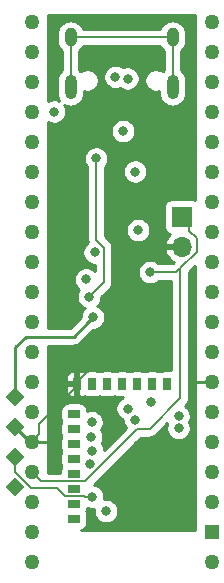
<source format=gbr>
G04 #@! TF.GenerationSoftware,KiCad,Pcbnew,(5.1.8)-1*
G04 #@! TF.CreationDate,2021-06-12T10:53:30+02:00*
G04 #@! TF.ProjectId,BlueMacro,426c7565-4d61-4637-926f-2e6b69636164,rev?*
G04 #@! TF.SameCoordinates,Original*
G04 #@! TF.FileFunction,Copper,L4,Bot*
G04 #@! TF.FilePolarity,Positive*
%FSLAX46Y46*%
G04 Gerber Fmt 4.6, Leading zero omitted, Abs format (unit mm)*
G04 Created by KiCad (PCBNEW (5.1.8)-1) date 2021-06-12 10:53:30*
%MOMM*%
%LPD*%
G01*
G04 APERTURE LIST*
G04 #@! TA.AperFunction,ComponentPad*
%ADD10R,0.650000X1.000000*%
G04 #@! TD*
G04 #@! TA.AperFunction,ComponentPad*
%ADD11R,1.000000X0.650000*%
G04 #@! TD*
G04 #@! TA.AperFunction,WasherPad*
%ADD12C,1.270000*%
G04 #@! TD*
G04 #@! TA.AperFunction,ComponentPad*
%ADD13C,1.270000*%
G04 #@! TD*
G04 #@! TA.AperFunction,ComponentPad*
%ADD14R,1.250000X1.250000*%
G04 #@! TD*
G04 #@! TA.AperFunction,ComponentPad*
%ADD15R,1.700000X1.700000*%
G04 #@! TD*
G04 #@! TA.AperFunction,ComponentPad*
%ADD16O,1.700000X1.700000*%
G04 #@! TD*
G04 #@! TA.AperFunction,ComponentPad*
%ADD17O,1.000000X1.600000*%
G04 #@! TD*
G04 #@! TA.AperFunction,ComponentPad*
%ADD18O,1.000000X2.100000*%
G04 #@! TD*
G04 #@! TA.AperFunction,ComponentPad*
%ADD19C,0.100000*%
G04 #@! TD*
G04 #@! TA.AperFunction,ViaPad*
%ADD20C,0.800000*%
G04 #@! TD*
G04 #@! TA.AperFunction,Conductor*
%ADD21C,0.200000*%
G04 #@! TD*
G04 #@! TA.AperFunction,Conductor*
%ADD22C,0.250000*%
G04 #@! TD*
G04 #@! TA.AperFunction,Conductor*
%ADD23C,0.254000*%
G04 #@! TD*
G04 #@! TA.AperFunction,Conductor*
%ADD24C,0.100000*%
G04 #@! TD*
G04 APERTURE END LIST*
D10*
X48283000Y-58607000D03*
X44473000Y-58607000D03*
X45743000Y-58607000D03*
X49553000Y-58607000D03*
X47013000Y-58607000D03*
X52093000Y-58607000D03*
X50823000Y-58607000D03*
D11*
X44219000Y-70037000D03*
X44219000Y-68767000D03*
X44219000Y-67497000D03*
X44219000Y-66227000D03*
X44219000Y-64957000D03*
X44219000Y-63687000D03*
X44219000Y-62417000D03*
X44219000Y-61147000D03*
D12*
X55880000Y-27940000D03*
X40640000Y-27940000D03*
X55880000Y-73660000D03*
X40640000Y-73660000D03*
D13*
X40640000Y-71120000D03*
X40640000Y-68580000D03*
X40640000Y-66040000D03*
X40640000Y-63500000D03*
X40640000Y-60960000D03*
X40640000Y-53340000D03*
X40640000Y-50800000D03*
X40640000Y-48260000D03*
X40640000Y-55880000D03*
X40640000Y-58420000D03*
D14*
X55880000Y-71120000D03*
D13*
X55880000Y-68580000D03*
X55880000Y-66040000D03*
X55880000Y-63500000D03*
X55880000Y-60960000D03*
X55880000Y-58420000D03*
X55880000Y-55880000D03*
X55880000Y-53340000D03*
X55880000Y-50800000D03*
X55880000Y-48260000D03*
X55880000Y-45720000D03*
X55880000Y-43180000D03*
X40640000Y-45720000D03*
X40640000Y-43180000D03*
X40640000Y-40640000D03*
X40640000Y-38100000D03*
X40640000Y-35560000D03*
X40640000Y-33020000D03*
X40640000Y-30480000D03*
X55880000Y-30480000D03*
X55880000Y-33020000D03*
X55880000Y-35560000D03*
X55880000Y-38100000D03*
X55880000Y-40640000D03*
D15*
X53340000Y-44450000D03*
D16*
X53340000Y-46990000D03*
D17*
X43940000Y-29270000D03*
X52580000Y-29270000D03*
D18*
X43940000Y-33450000D03*
X52580000Y-33450000D03*
G04 #@! TA.AperFunction,ComponentPad*
D19*
G36*
X39243000Y-60467817D02*
G01*
X38465183Y-59690000D01*
X39243000Y-58912183D01*
X40020817Y-59690000D01*
X39243000Y-60467817D01*
G37*
G04 #@! TD.AperFunction*
G04 #@! TA.AperFunction,ComponentPad*
G36*
X39243000Y-63007817D02*
G01*
X38465183Y-62230000D01*
X39243000Y-61452183D01*
X40020817Y-62230000D01*
X39243000Y-63007817D01*
G37*
G04 #@! TD.AperFunction*
G04 #@! TA.AperFunction,ComponentPad*
G36*
X39243000Y-65547817D02*
G01*
X38465183Y-64770000D01*
X39243000Y-63992183D01*
X40020817Y-64770000D01*
X39243000Y-65547817D01*
G37*
G04 #@! TD.AperFunction*
G04 #@! TA.AperFunction,ComponentPad*
G36*
X39243000Y-68087817D02*
G01*
X38465183Y-67310000D01*
X39243000Y-66532183D01*
X40020817Y-67310000D01*
X39243000Y-68087817D01*
G37*
G04 #@! TD.AperFunction*
D20*
X53340000Y-42418000D03*
X52203831Y-35488064D03*
X44316172Y-35488067D03*
X43942000Y-50546000D03*
X47371000Y-42037000D03*
X49657000Y-63754000D03*
X48338011Y-62357000D03*
X46101000Y-39522400D03*
X45510218Y-51246002D03*
X50673000Y-49149000D03*
X45835649Y-52973684D03*
X49657000Y-45593000D03*
X49403000Y-61631990D03*
X48387000Y-37211000D03*
X45966029Y-47482409D03*
X45755300Y-68160775D03*
X48768000Y-32766000D03*
X45666660Y-63121540D03*
X47726976Y-32628914D03*
X45719991Y-61848991D03*
X45247876Y-49774684D03*
X45574265Y-65386271D03*
X45758100Y-64297560D03*
X53085990Y-62357000D03*
X53086000Y-61341000D03*
X42545000Y-35560000D03*
X49403000Y-40640000D03*
X48768000Y-60706000D03*
X50747991Y-60161560D03*
X46956980Y-69377560D03*
D21*
X41274999Y-62865001D02*
X40640000Y-63500000D01*
X41274999Y-61980001D02*
X41274999Y-62865001D01*
X44473000Y-58782000D02*
X41274999Y-61980001D01*
X44473000Y-58607000D02*
X44473000Y-58782000D01*
X44473000Y-58607000D02*
X44473000Y-58432000D01*
X47285002Y-55619998D02*
X47285002Y-52414000D01*
X44473000Y-58432000D02*
X47285002Y-55619998D01*
D22*
X55880000Y-58420000D02*
X54356000Y-58420000D01*
X40513000Y-63500000D02*
X39243000Y-62230000D01*
X40640000Y-63500000D02*
X40513000Y-63500000D01*
X42077640Y-63500000D02*
X40640000Y-63500000D01*
D21*
X46745498Y-50014349D02*
X46745498Y-47066941D01*
X46745498Y-47066941D02*
X46101000Y-46422443D01*
X46101000Y-46422443D02*
X46101000Y-39522400D01*
X45575836Y-51184011D02*
X46745498Y-50014349D01*
X40640000Y-66040000D02*
X41452001Y-66852001D01*
X41452001Y-66852001D02*
X45161999Y-66852001D01*
X50628001Y-62422001D02*
X53213000Y-59837002D01*
X49591999Y-62422001D02*
X50628001Y-62422001D01*
X45161999Y-66852001D02*
X49591999Y-62422001D01*
X53213000Y-59837002D02*
X53213000Y-48819002D01*
X52883002Y-49149000D02*
X50673000Y-49149000D01*
X53213000Y-48819002D02*
X52883002Y-49149000D01*
X53594000Y-44450000D02*
X53340000Y-44450000D01*
X53975000Y-44831000D02*
X53594000Y-44450000D01*
X53975000Y-45641260D02*
X53975000Y-44831000D01*
X54627780Y-46294040D02*
X53975000Y-45641260D01*
X54627780Y-47406560D02*
X54627780Y-46294040D01*
X53215338Y-48819002D02*
X54627780Y-47406560D01*
X53213000Y-48819002D02*
X53215338Y-48819002D01*
D22*
X45435650Y-53373683D02*
X45835649Y-52973684D01*
X45763656Y-53045677D02*
X45835649Y-52973684D01*
X40132000Y-54610000D02*
X44199333Y-54610000D01*
X39243000Y-59690000D02*
X39243000Y-55499000D01*
X39243000Y-55499000D02*
X40132000Y-54610000D01*
X44199333Y-54610000D02*
X45435650Y-53373683D01*
D21*
X40553099Y-67418001D02*
X42755001Y-67418001D01*
X42755001Y-67418001D02*
X43463329Y-68126329D01*
X45189615Y-68160775D02*
X45755300Y-68160775D01*
X39243000Y-66107902D02*
X40553099Y-67418001D01*
X43463329Y-68126329D02*
X45155169Y-68126329D01*
X39243000Y-64770000D02*
X39243000Y-66107902D01*
X45155169Y-68126329D02*
X45189615Y-68160775D01*
X52580000Y-30270000D02*
X52580000Y-33450000D01*
X52580000Y-29270000D02*
X52580000Y-30270000D01*
X43940000Y-30270000D02*
X43940000Y-33450000D01*
X43940000Y-29270000D02*
X43940000Y-30270000D01*
X43940000Y-29270000D02*
X51880000Y-29270000D01*
X51880000Y-29270000D02*
X52580000Y-29270000D01*
D23*
X54483000Y-70993000D02*
X44790806Y-70993000D01*
X44843482Y-70987812D01*
X44963180Y-70951502D01*
X45073494Y-70892537D01*
X45170185Y-70813185D01*
X45249537Y-70716494D01*
X45308502Y-70606180D01*
X45344812Y-70486482D01*
X45357072Y-70362000D01*
X45357072Y-69712000D01*
X45344812Y-69587518D01*
X45308502Y-69467820D01*
X45273320Y-69402000D01*
X45308502Y-69336180D01*
X45344812Y-69216482D01*
X45354792Y-69115155D01*
X45453402Y-69156001D01*
X45653361Y-69195775D01*
X45857239Y-69195775D01*
X45941184Y-69179078D01*
X45921980Y-69275621D01*
X45921980Y-69479499D01*
X45961754Y-69679458D01*
X46039775Y-69867816D01*
X46153043Y-70037334D01*
X46297206Y-70181497D01*
X46466724Y-70294765D01*
X46655082Y-70372786D01*
X46855041Y-70412560D01*
X47058919Y-70412560D01*
X47258878Y-70372786D01*
X47447236Y-70294765D01*
X47616754Y-70181497D01*
X47760917Y-70037334D01*
X47874185Y-69867816D01*
X47952206Y-69679458D01*
X47991980Y-69479499D01*
X47991980Y-69275621D01*
X47952206Y-69075662D01*
X47874185Y-68887304D01*
X47760917Y-68717786D01*
X47616754Y-68573623D01*
X47447236Y-68460355D01*
X47258878Y-68382334D01*
X47058919Y-68342560D01*
X46855041Y-68342560D01*
X46771096Y-68359257D01*
X46790300Y-68262714D01*
X46790300Y-68058836D01*
X46750526Y-67858877D01*
X46672505Y-67670519D01*
X46559237Y-67501001D01*
X46415074Y-67356838D01*
X46245556Y-67243570D01*
X46057198Y-67165549D01*
X45915986Y-67137460D01*
X49896446Y-63157001D01*
X50591896Y-63157001D01*
X50628001Y-63160557D01*
X50664106Y-63157001D01*
X50772086Y-63146366D01*
X50910634Y-63104338D01*
X51038321Y-63036088D01*
X51150239Y-62944239D01*
X51173260Y-62916189D01*
X52130658Y-61958791D01*
X52090764Y-62055102D01*
X52050990Y-62255061D01*
X52050990Y-62458939D01*
X52090764Y-62658898D01*
X52168785Y-62847256D01*
X52282053Y-63016774D01*
X52426216Y-63160937D01*
X52595734Y-63274205D01*
X52784092Y-63352226D01*
X52984051Y-63392000D01*
X53187929Y-63392000D01*
X53387888Y-63352226D01*
X53576246Y-63274205D01*
X53745764Y-63160937D01*
X53889927Y-63016774D01*
X54003195Y-62847256D01*
X54081216Y-62658898D01*
X54120990Y-62458939D01*
X54120990Y-62255061D01*
X54081216Y-62055102D01*
X54003195Y-61866744D01*
X53991344Y-61849007D01*
X54003205Y-61831256D01*
X54081226Y-61642898D01*
X54121000Y-61442939D01*
X54121000Y-61239061D01*
X54081226Y-61039102D01*
X54003205Y-60850744D01*
X53889937Y-60681226D01*
X53745774Y-60537063D01*
X53629846Y-60459603D01*
X53707197Y-60382252D01*
X53735237Y-60359240D01*
X53758250Y-60331199D01*
X53758253Y-60331196D01*
X53827087Y-60247322D01*
X53895337Y-60119636D01*
X53937365Y-59981087D01*
X53951556Y-59837002D01*
X53948000Y-59800897D01*
X53948000Y-49125786D01*
X54483000Y-48590787D01*
X54483000Y-70993000D01*
G04 #@! TA.AperFunction,Conductor*
D24*
G36*
X54483000Y-70993000D02*
G01*
X44790806Y-70993000D01*
X44843482Y-70987812D01*
X44963180Y-70951502D01*
X45073494Y-70892537D01*
X45170185Y-70813185D01*
X45249537Y-70716494D01*
X45308502Y-70606180D01*
X45344812Y-70486482D01*
X45357072Y-70362000D01*
X45357072Y-69712000D01*
X45344812Y-69587518D01*
X45308502Y-69467820D01*
X45273320Y-69402000D01*
X45308502Y-69336180D01*
X45344812Y-69216482D01*
X45354792Y-69115155D01*
X45453402Y-69156001D01*
X45653361Y-69195775D01*
X45857239Y-69195775D01*
X45941184Y-69179078D01*
X45921980Y-69275621D01*
X45921980Y-69479499D01*
X45961754Y-69679458D01*
X46039775Y-69867816D01*
X46153043Y-70037334D01*
X46297206Y-70181497D01*
X46466724Y-70294765D01*
X46655082Y-70372786D01*
X46855041Y-70412560D01*
X47058919Y-70412560D01*
X47258878Y-70372786D01*
X47447236Y-70294765D01*
X47616754Y-70181497D01*
X47760917Y-70037334D01*
X47874185Y-69867816D01*
X47952206Y-69679458D01*
X47991980Y-69479499D01*
X47991980Y-69275621D01*
X47952206Y-69075662D01*
X47874185Y-68887304D01*
X47760917Y-68717786D01*
X47616754Y-68573623D01*
X47447236Y-68460355D01*
X47258878Y-68382334D01*
X47058919Y-68342560D01*
X46855041Y-68342560D01*
X46771096Y-68359257D01*
X46790300Y-68262714D01*
X46790300Y-68058836D01*
X46750526Y-67858877D01*
X46672505Y-67670519D01*
X46559237Y-67501001D01*
X46415074Y-67356838D01*
X46245556Y-67243570D01*
X46057198Y-67165549D01*
X45915986Y-67137460D01*
X49896446Y-63157001D01*
X50591896Y-63157001D01*
X50628001Y-63160557D01*
X50664106Y-63157001D01*
X50772086Y-63146366D01*
X50910634Y-63104338D01*
X51038321Y-63036088D01*
X51150239Y-62944239D01*
X51173260Y-62916189D01*
X52130658Y-61958791D01*
X52090764Y-62055102D01*
X52050990Y-62255061D01*
X52050990Y-62458939D01*
X52090764Y-62658898D01*
X52168785Y-62847256D01*
X52282053Y-63016774D01*
X52426216Y-63160937D01*
X52595734Y-63274205D01*
X52784092Y-63352226D01*
X52984051Y-63392000D01*
X53187929Y-63392000D01*
X53387888Y-63352226D01*
X53576246Y-63274205D01*
X53745764Y-63160937D01*
X53889927Y-63016774D01*
X54003195Y-62847256D01*
X54081216Y-62658898D01*
X54120990Y-62458939D01*
X54120990Y-62255061D01*
X54081216Y-62055102D01*
X54003195Y-61866744D01*
X53991344Y-61849007D01*
X54003205Y-61831256D01*
X54081226Y-61642898D01*
X54121000Y-61442939D01*
X54121000Y-61239061D01*
X54081226Y-61039102D01*
X54003205Y-60850744D01*
X53889937Y-60681226D01*
X53745774Y-60537063D01*
X53629846Y-60459603D01*
X53707197Y-60382252D01*
X53735237Y-60359240D01*
X53758250Y-60331199D01*
X53758253Y-60331196D01*
X53827087Y-60247322D01*
X53895337Y-60119636D01*
X53937365Y-59981087D01*
X53951556Y-59837002D01*
X53948000Y-59800897D01*
X53948000Y-49125786D01*
X54483000Y-48590787D01*
X54483000Y-70993000D01*
G37*
G04 #@! TD.AperFunction*
D23*
X54483000Y-27382430D02*
X54483000Y-43036593D01*
X54434180Y-43010498D01*
X54314482Y-42974188D01*
X54190000Y-42961928D01*
X52490000Y-42961928D01*
X52365518Y-42974188D01*
X52245820Y-43010498D01*
X52135506Y-43069463D01*
X52038815Y-43148815D01*
X51959463Y-43245506D01*
X51900498Y-43355820D01*
X51864188Y-43475518D01*
X51851928Y-43600000D01*
X51851928Y-45300000D01*
X51864188Y-45424482D01*
X51900498Y-45544180D01*
X51959463Y-45654494D01*
X52038815Y-45751185D01*
X52135506Y-45830537D01*
X52245820Y-45889502D01*
X52326466Y-45913966D01*
X52242412Y-45989731D01*
X52068359Y-46223080D01*
X51943175Y-46485901D01*
X51898524Y-46633110D01*
X52019845Y-46863000D01*
X53213000Y-46863000D01*
X53213000Y-46843000D01*
X53467000Y-46843000D01*
X53467000Y-46863000D01*
X53487000Y-46863000D01*
X53487000Y-47117000D01*
X53467000Y-47117000D01*
X53467000Y-47137000D01*
X53213000Y-47137000D01*
X53213000Y-47117000D01*
X52019845Y-47117000D01*
X51898524Y-47346890D01*
X51943175Y-47494099D01*
X52068359Y-47756920D01*
X52242412Y-47990269D01*
X52458645Y-48185178D01*
X52676056Y-48314683D01*
X52667741Y-48324815D01*
X52578556Y-48414000D01*
X51401711Y-48414000D01*
X51332774Y-48345063D01*
X51163256Y-48231795D01*
X50974898Y-48153774D01*
X50774939Y-48114000D01*
X50571061Y-48114000D01*
X50371102Y-48153774D01*
X50182744Y-48231795D01*
X50013226Y-48345063D01*
X49869063Y-48489226D01*
X49755795Y-48658744D01*
X49677774Y-48847102D01*
X49638000Y-49047061D01*
X49638000Y-49250939D01*
X49677774Y-49450898D01*
X49755795Y-49639256D01*
X49869063Y-49808774D01*
X50013226Y-49952937D01*
X50182744Y-50066205D01*
X50371102Y-50144226D01*
X50571061Y-50184000D01*
X50774939Y-50184000D01*
X50974898Y-50144226D01*
X51163256Y-50066205D01*
X51332774Y-49952937D01*
X51401711Y-49884000D01*
X52478001Y-49884000D01*
X52478000Y-57474837D01*
X52418000Y-57468928D01*
X51768000Y-57468928D01*
X51643518Y-57481188D01*
X51523820Y-57517498D01*
X51458000Y-57552680D01*
X51392180Y-57517498D01*
X51272482Y-57481188D01*
X51148000Y-57468928D01*
X50498000Y-57468928D01*
X50373518Y-57481188D01*
X50253820Y-57517498D01*
X50188000Y-57552680D01*
X50122180Y-57517498D01*
X50002482Y-57481188D01*
X49878000Y-57468928D01*
X49228000Y-57468928D01*
X49103518Y-57481188D01*
X48983820Y-57517498D01*
X48918000Y-57552680D01*
X48852180Y-57517498D01*
X48732482Y-57481188D01*
X48608000Y-57468928D01*
X47958000Y-57468928D01*
X47833518Y-57481188D01*
X47713820Y-57517498D01*
X47648000Y-57552680D01*
X47582180Y-57517498D01*
X47462482Y-57481188D01*
X47338000Y-57468928D01*
X46688000Y-57468928D01*
X46563518Y-57481188D01*
X46443820Y-57517498D01*
X46378000Y-57552680D01*
X46312180Y-57517498D01*
X46192482Y-57481188D01*
X46068000Y-57468928D01*
X45418000Y-57468928D01*
X45293518Y-57481188D01*
X45173820Y-57517498D01*
X45108000Y-57552680D01*
X45042180Y-57517498D01*
X44922482Y-57481188D01*
X44798000Y-57468928D01*
X44758750Y-57472000D01*
X44600000Y-57630750D01*
X44600000Y-58480000D01*
X44620000Y-58480000D01*
X44620000Y-58734000D01*
X44600000Y-58734000D01*
X44600000Y-59583250D01*
X44758750Y-59742000D01*
X44798000Y-59745072D01*
X44922482Y-59732812D01*
X45042180Y-59696502D01*
X45108000Y-59661320D01*
X45173820Y-59696502D01*
X45293518Y-59732812D01*
X45418000Y-59745072D01*
X46068000Y-59745072D01*
X46192482Y-59732812D01*
X46312180Y-59696502D01*
X46378000Y-59661320D01*
X46443820Y-59696502D01*
X46563518Y-59732812D01*
X46688000Y-59745072D01*
X47338000Y-59745072D01*
X47462482Y-59732812D01*
X47582180Y-59696502D01*
X47648000Y-59661320D01*
X47713820Y-59696502D01*
X47833518Y-59732812D01*
X47958000Y-59745072D01*
X48383300Y-59745072D01*
X48277744Y-59788795D01*
X48108226Y-59902063D01*
X47964063Y-60046226D01*
X47850795Y-60215744D01*
X47772774Y-60404102D01*
X47733000Y-60604061D01*
X47733000Y-60807939D01*
X47772774Y-61007898D01*
X47850795Y-61196256D01*
X47964063Y-61365774D01*
X48108226Y-61509937D01*
X48277744Y-61623205D01*
X48368000Y-61660591D01*
X48368000Y-61733929D01*
X48407774Y-61933888D01*
X48485795Y-62122246D01*
X48599063Y-62291764D01*
X48640926Y-62333627D01*
X46790749Y-64183804D01*
X46753326Y-63995662D01*
X46675305Y-63807304D01*
X46564268Y-63641125D01*
X46583865Y-63611796D01*
X46661886Y-63423438D01*
X46701660Y-63223479D01*
X46701660Y-63019601D01*
X46661886Y-62819642D01*
X46583865Y-62631284D01*
X46510783Y-62521910D01*
X46523928Y-62508765D01*
X46637196Y-62339247D01*
X46715217Y-62150889D01*
X46754991Y-61950930D01*
X46754991Y-61747052D01*
X46715217Y-61547093D01*
X46637196Y-61358735D01*
X46523928Y-61189217D01*
X46379765Y-61045054D01*
X46210247Y-60931786D01*
X46021889Y-60853765D01*
X45821930Y-60813991D01*
X45618052Y-60813991D01*
X45418093Y-60853765D01*
X45357072Y-60879041D01*
X45357072Y-60822000D01*
X45344812Y-60697518D01*
X45308502Y-60577820D01*
X45249537Y-60467506D01*
X45170185Y-60370815D01*
X45073494Y-60291463D01*
X44963180Y-60232498D01*
X44843482Y-60196188D01*
X44719000Y-60183928D01*
X43719000Y-60183928D01*
X43594518Y-60196188D01*
X43474820Y-60232498D01*
X43364506Y-60291463D01*
X43267815Y-60370815D01*
X43188463Y-60467506D01*
X43129498Y-60577820D01*
X43093188Y-60697518D01*
X43080928Y-60822000D01*
X43080928Y-61472000D01*
X43093188Y-61596482D01*
X43129498Y-61716180D01*
X43164680Y-61782000D01*
X43129498Y-61847820D01*
X43093188Y-61967518D01*
X43080928Y-62092000D01*
X43080928Y-62742000D01*
X43093188Y-62866482D01*
X43129498Y-62986180D01*
X43164680Y-63052000D01*
X43129498Y-63117820D01*
X43093188Y-63237518D01*
X43080928Y-63362000D01*
X43080928Y-64012000D01*
X43093188Y-64136482D01*
X43129498Y-64256180D01*
X43164680Y-64322000D01*
X43129498Y-64387820D01*
X43093188Y-64507518D01*
X43080928Y-64632000D01*
X43080928Y-65282000D01*
X43093188Y-65406482D01*
X43129498Y-65526180D01*
X43164680Y-65592000D01*
X43129498Y-65657820D01*
X43093188Y-65777518D01*
X43080928Y-65902000D01*
X43080928Y-66117001D01*
X42037000Y-66117001D01*
X42037000Y-59107000D01*
X43509928Y-59107000D01*
X43522188Y-59231482D01*
X43558498Y-59351180D01*
X43617463Y-59461494D01*
X43696815Y-59558185D01*
X43793506Y-59637537D01*
X43903820Y-59696502D01*
X44023518Y-59732812D01*
X44148000Y-59745072D01*
X44187250Y-59742000D01*
X44346000Y-59583250D01*
X44346000Y-58734000D01*
X43671750Y-58734000D01*
X43513000Y-58892750D01*
X43509928Y-59107000D01*
X42037000Y-59107000D01*
X42037000Y-58107000D01*
X43509928Y-58107000D01*
X43513000Y-58321250D01*
X43671750Y-58480000D01*
X44346000Y-58480000D01*
X44346000Y-57630750D01*
X44187250Y-57472000D01*
X44148000Y-57468928D01*
X44023518Y-57481188D01*
X43903820Y-57517498D01*
X43793506Y-57576463D01*
X43696815Y-57655815D01*
X43617463Y-57752506D01*
X43558498Y-57862820D01*
X43522188Y-57982518D01*
X43509928Y-58107000D01*
X42037000Y-58107000D01*
X42037000Y-55370000D01*
X44162011Y-55370000D01*
X44199333Y-55373676D01*
X44236655Y-55370000D01*
X44236666Y-55370000D01*
X44348319Y-55359003D01*
X44491580Y-55315546D01*
X44623609Y-55244974D01*
X44739334Y-55150001D01*
X44763137Y-55120997D01*
X45875451Y-54008684D01*
X45937588Y-54008684D01*
X46137547Y-53968910D01*
X46325905Y-53890889D01*
X46495423Y-53777621D01*
X46639586Y-53633458D01*
X46752854Y-53463940D01*
X46830875Y-53275582D01*
X46870649Y-53075623D01*
X46870649Y-52871745D01*
X46830875Y-52671786D01*
X46752854Y-52483428D01*
X46639586Y-52313910D01*
X46495423Y-52169747D01*
X46325905Y-52056479D01*
X46211034Y-52008897D01*
X46314155Y-51905776D01*
X46427423Y-51736258D01*
X46505444Y-51547900D01*
X46545218Y-51347941D01*
X46545218Y-51254075D01*
X47239695Y-50559599D01*
X47267735Y-50536587D01*
X47290748Y-50508546D01*
X47290751Y-50508543D01*
X47345308Y-50442065D01*
X47359585Y-50424669D01*
X47427835Y-50296982D01*
X47469863Y-50158434D01*
X47480498Y-50050454D01*
X47480498Y-50050453D01*
X47484054Y-50014349D01*
X47480498Y-49978244D01*
X47480498Y-47103046D01*
X47484054Y-47066941D01*
X47469863Y-46922856D01*
X47444514Y-46839293D01*
X47427835Y-46784308D01*
X47359585Y-46656621D01*
X47267736Y-46544703D01*
X47239691Y-46521687D01*
X46836000Y-46117997D01*
X46836000Y-45491061D01*
X48622000Y-45491061D01*
X48622000Y-45694939D01*
X48661774Y-45894898D01*
X48739795Y-46083256D01*
X48853063Y-46252774D01*
X48997226Y-46396937D01*
X49166744Y-46510205D01*
X49355102Y-46588226D01*
X49555061Y-46628000D01*
X49758939Y-46628000D01*
X49958898Y-46588226D01*
X50147256Y-46510205D01*
X50316774Y-46396937D01*
X50460937Y-46252774D01*
X50574205Y-46083256D01*
X50652226Y-45894898D01*
X50692000Y-45694939D01*
X50692000Y-45491061D01*
X50652226Y-45291102D01*
X50574205Y-45102744D01*
X50460937Y-44933226D01*
X50316774Y-44789063D01*
X50147256Y-44675795D01*
X49958898Y-44597774D01*
X49758939Y-44558000D01*
X49555061Y-44558000D01*
X49355102Y-44597774D01*
X49166744Y-44675795D01*
X48997226Y-44789063D01*
X48853063Y-44933226D01*
X48739795Y-45102744D01*
X48661774Y-45291102D01*
X48622000Y-45491061D01*
X46836000Y-45491061D01*
X46836000Y-40538061D01*
X48368000Y-40538061D01*
X48368000Y-40741939D01*
X48407774Y-40941898D01*
X48485795Y-41130256D01*
X48599063Y-41299774D01*
X48743226Y-41443937D01*
X48912744Y-41557205D01*
X49101102Y-41635226D01*
X49301061Y-41675000D01*
X49504939Y-41675000D01*
X49704898Y-41635226D01*
X49893256Y-41557205D01*
X50062774Y-41443937D01*
X50206937Y-41299774D01*
X50320205Y-41130256D01*
X50398226Y-40941898D01*
X50438000Y-40741939D01*
X50438000Y-40538061D01*
X50398226Y-40338102D01*
X50320205Y-40149744D01*
X50206937Y-39980226D01*
X50062774Y-39836063D01*
X49893256Y-39722795D01*
X49704898Y-39644774D01*
X49504939Y-39605000D01*
X49301061Y-39605000D01*
X49101102Y-39644774D01*
X48912744Y-39722795D01*
X48743226Y-39836063D01*
X48599063Y-39980226D01*
X48485795Y-40149744D01*
X48407774Y-40338102D01*
X48368000Y-40538061D01*
X46836000Y-40538061D01*
X46836000Y-40251111D01*
X46904937Y-40182174D01*
X47018205Y-40012656D01*
X47096226Y-39824298D01*
X47136000Y-39624339D01*
X47136000Y-39420461D01*
X47096226Y-39220502D01*
X47018205Y-39032144D01*
X46904937Y-38862626D01*
X46760774Y-38718463D01*
X46591256Y-38605195D01*
X46402898Y-38527174D01*
X46202939Y-38487400D01*
X45999061Y-38487400D01*
X45799102Y-38527174D01*
X45610744Y-38605195D01*
X45441226Y-38718463D01*
X45297063Y-38862626D01*
X45183795Y-39032144D01*
X45105774Y-39220502D01*
X45066000Y-39420461D01*
X45066000Y-39624339D01*
X45105774Y-39824298D01*
X45183795Y-40012656D01*
X45297063Y-40182174D01*
X45366001Y-40251112D01*
X45366000Y-46386338D01*
X45362444Y-46422443D01*
X45376505Y-46565204D01*
X45376635Y-46566527D01*
X45393009Y-46620505D01*
X45306255Y-46678472D01*
X45162092Y-46822635D01*
X45048824Y-46992153D01*
X44970803Y-47180511D01*
X44931029Y-47380470D01*
X44931029Y-47584348D01*
X44970803Y-47784307D01*
X45048824Y-47972665D01*
X45162092Y-48142183D01*
X45306255Y-48286346D01*
X45475773Y-48399614D01*
X45664131Y-48477635D01*
X45864090Y-48517409D01*
X46010499Y-48517409D01*
X46010498Y-49073595D01*
X45907650Y-48970747D01*
X45738132Y-48857479D01*
X45549774Y-48779458D01*
X45349815Y-48739684D01*
X45145937Y-48739684D01*
X44945978Y-48779458D01*
X44757620Y-48857479D01*
X44588102Y-48970747D01*
X44443939Y-49114910D01*
X44330671Y-49284428D01*
X44252650Y-49472786D01*
X44212876Y-49672745D01*
X44212876Y-49876623D01*
X44252650Y-50076582D01*
X44330671Y-50264940D01*
X44443939Y-50434458D01*
X44588102Y-50578621D01*
X44673318Y-50635560D01*
X44593013Y-50755746D01*
X44514992Y-50944104D01*
X44475218Y-51144063D01*
X44475218Y-51347941D01*
X44514992Y-51547900D01*
X44593013Y-51736258D01*
X44706281Y-51905776D01*
X44850444Y-52049939D01*
X45019962Y-52163207D01*
X45134833Y-52210789D01*
X45031712Y-52313910D01*
X44918444Y-52483428D01*
X44840423Y-52671786D01*
X44800649Y-52871745D01*
X44800649Y-52933882D01*
X43884532Y-53850000D01*
X42037000Y-53850000D01*
X42037000Y-37109061D01*
X47352000Y-37109061D01*
X47352000Y-37312939D01*
X47391774Y-37512898D01*
X47469795Y-37701256D01*
X47583063Y-37870774D01*
X47727226Y-38014937D01*
X47896744Y-38128205D01*
X48085102Y-38206226D01*
X48285061Y-38246000D01*
X48488939Y-38246000D01*
X48688898Y-38206226D01*
X48877256Y-38128205D01*
X49046774Y-38014937D01*
X49190937Y-37870774D01*
X49304205Y-37701256D01*
X49382226Y-37512898D01*
X49422000Y-37312939D01*
X49422000Y-37109061D01*
X49382226Y-36909102D01*
X49304205Y-36720744D01*
X49190937Y-36551226D01*
X49046774Y-36407063D01*
X48877256Y-36293795D01*
X48688898Y-36215774D01*
X48488939Y-36176000D01*
X48285061Y-36176000D01*
X48085102Y-36215774D01*
X47896744Y-36293795D01*
X47727226Y-36407063D01*
X47583063Y-36551226D01*
X47469795Y-36720744D01*
X47391774Y-36909102D01*
X47352000Y-37109061D01*
X42037000Y-37109061D01*
X42037000Y-36465349D01*
X42054744Y-36477205D01*
X42243102Y-36555226D01*
X42443061Y-36595000D01*
X42646939Y-36595000D01*
X42846898Y-36555226D01*
X43035256Y-36477205D01*
X43204774Y-36363937D01*
X43348937Y-36219774D01*
X43462205Y-36050256D01*
X43540226Y-35861898D01*
X43580000Y-35661939D01*
X43580000Y-35458061D01*
X43540226Y-35258102D01*
X43462205Y-35069744D01*
X43422533Y-35010370D01*
X43503553Y-35053676D01*
X43717501Y-35118577D01*
X43940000Y-35140491D01*
X44162498Y-35118577D01*
X44376446Y-35053676D01*
X44573623Y-34948284D01*
X44746449Y-34806449D01*
X44888284Y-34633623D01*
X44993676Y-34436447D01*
X45058577Y-34222499D01*
X45075000Y-34055752D01*
X45075000Y-33836904D01*
X45089978Y-33843108D01*
X45275448Y-33880000D01*
X45464552Y-33880000D01*
X45650022Y-33843108D01*
X45824731Y-33770741D01*
X45981964Y-33665681D01*
X46115681Y-33531964D01*
X46220741Y-33374731D01*
X46293108Y-33200022D01*
X46330000Y-33014552D01*
X46330000Y-32825448D01*
X46293108Y-32639978D01*
X46246301Y-32526975D01*
X46691976Y-32526975D01*
X46691976Y-32730853D01*
X46731750Y-32930812D01*
X46809771Y-33119170D01*
X46923039Y-33288688D01*
X47067202Y-33432851D01*
X47236720Y-33546119D01*
X47425078Y-33624140D01*
X47625037Y-33663914D01*
X47828915Y-33663914D01*
X48028874Y-33624140D01*
X48127936Y-33583107D01*
X48277744Y-33683205D01*
X48466102Y-33761226D01*
X48666061Y-33801000D01*
X48869939Y-33801000D01*
X49069898Y-33761226D01*
X49258256Y-33683205D01*
X49427774Y-33569937D01*
X49571937Y-33425774D01*
X49685205Y-33256256D01*
X49763226Y-33067898D01*
X49803000Y-32867939D01*
X49803000Y-32664061D01*
X49763226Y-32464102D01*
X49685205Y-32275744D01*
X49571937Y-32106226D01*
X49427774Y-31962063D01*
X49258256Y-31848795D01*
X49069898Y-31770774D01*
X48869939Y-31731000D01*
X48666061Y-31731000D01*
X48466102Y-31770774D01*
X48367040Y-31811807D01*
X48217232Y-31711709D01*
X48028874Y-31633688D01*
X47828915Y-31593914D01*
X47625037Y-31593914D01*
X47425078Y-31633688D01*
X47236720Y-31711709D01*
X47067202Y-31824977D01*
X46923039Y-31969140D01*
X46809771Y-32138658D01*
X46731750Y-32327016D01*
X46691976Y-32526975D01*
X46246301Y-32526975D01*
X46220741Y-32465269D01*
X46115681Y-32308036D01*
X45981964Y-32174319D01*
X45824731Y-32069259D01*
X45650022Y-31996892D01*
X45464552Y-31960000D01*
X45275448Y-31960000D01*
X45089978Y-31996892D01*
X44915269Y-32069259D01*
X44793362Y-32150715D01*
X44746449Y-32093551D01*
X44675000Y-32034914D01*
X44675000Y-30435086D01*
X44746449Y-30376449D01*
X44888284Y-30203623D01*
X44993676Y-30006447D01*
X44994115Y-30005000D01*
X51525885Y-30005000D01*
X51526324Y-30006446D01*
X51631716Y-30203623D01*
X51773551Y-30376449D01*
X51845000Y-30435086D01*
X51845001Y-32034915D01*
X51773552Y-32093551D01*
X51726638Y-32150715D01*
X51604731Y-32069259D01*
X51430022Y-31996892D01*
X51244552Y-31960000D01*
X51055448Y-31960000D01*
X50869978Y-31996892D01*
X50695269Y-32069259D01*
X50538036Y-32174319D01*
X50404319Y-32308036D01*
X50299259Y-32465269D01*
X50226892Y-32639978D01*
X50190000Y-32825448D01*
X50190000Y-33014552D01*
X50226892Y-33200022D01*
X50299259Y-33374731D01*
X50404319Y-33531964D01*
X50538036Y-33665681D01*
X50695269Y-33770741D01*
X50869978Y-33843108D01*
X51055448Y-33880000D01*
X51244552Y-33880000D01*
X51430022Y-33843108D01*
X51445000Y-33836904D01*
X51445000Y-34055751D01*
X51461423Y-34222498D01*
X51526324Y-34436446D01*
X51631716Y-34633623D01*
X51773551Y-34806449D01*
X51946377Y-34948284D01*
X52143553Y-35053676D01*
X52357501Y-35118577D01*
X52580000Y-35140491D01*
X52802498Y-35118577D01*
X53016446Y-35053676D01*
X53213623Y-34948284D01*
X53386449Y-34806449D01*
X53528284Y-34633623D01*
X53633676Y-34436447D01*
X53698577Y-34222499D01*
X53715000Y-34055752D01*
X53715000Y-32844248D01*
X53698577Y-32677501D01*
X53633676Y-32463553D01*
X53528284Y-32266377D01*
X53386449Y-32093551D01*
X53315000Y-32034914D01*
X53315000Y-30435086D01*
X53386449Y-30376449D01*
X53528284Y-30203623D01*
X53633676Y-30006447D01*
X53698577Y-29792499D01*
X53715000Y-29625752D01*
X53715000Y-28914249D01*
X53698577Y-28747502D01*
X53633676Y-28533554D01*
X53528284Y-28336377D01*
X53386449Y-28163551D01*
X53213623Y-28021716D01*
X53016447Y-27916324D01*
X52802499Y-27851423D01*
X52580000Y-27829509D01*
X52357502Y-27851423D01*
X52143554Y-27916324D01*
X51946378Y-28021716D01*
X51773552Y-28163551D01*
X51631717Y-28336377D01*
X51526324Y-28533553D01*
X51525885Y-28535000D01*
X44994115Y-28535000D01*
X44993676Y-28533554D01*
X44888284Y-28336377D01*
X44746449Y-28163551D01*
X44573623Y-28021716D01*
X44376447Y-27916324D01*
X44162499Y-27851423D01*
X43940000Y-27829509D01*
X43717502Y-27851423D01*
X43503554Y-27916324D01*
X43306378Y-28021716D01*
X43133552Y-28163551D01*
X42991717Y-28336377D01*
X42886324Y-28533553D01*
X42821423Y-28747501D01*
X42805000Y-28914248D01*
X42805000Y-29625751D01*
X42821423Y-29792498D01*
X42886324Y-30006446D01*
X42991716Y-30203623D01*
X43133551Y-30376449D01*
X43205000Y-30435086D01*
X43205001Y-32034915D01*
X43133552Y-32093551D01*
X42991717Y-32266377D01*
X42886324Y-32463553D01*
X42821423Y-32677501D01*
X42805000Y-32844248D01*
X42805000Y-34055751D01*
X42821423Y-34222498D01*
X42886324Y-34436446D01*
X42985632Y-34622240D01*
X42846898Y-34564774D01*
X42646939Y-34525000D01*
X42443061Y-34525000D01*
X42243102Y-34564774D01*
X42054744Y-34642795D01*
X42037000Y-34654651D01*
X42037000Y-27380438D01*
X54483000Y-27382430D01*
G04 #@! TA.AperFunction,Conductor*
D24*
G36*
X54483000Y-27382430D02*
G01*
X54483000Y-43036593D01*
X54434180Y-43010498D01*
X54314482Y-42974188D01*
X54190000Y-42961928D01*
X52490000Y-42961928D01*
X52365518Y-42974188D01*
X52245820Y-43010498D01*
X52135506Y-43069463D01*
X52038815Y-43148815D01*
X51959463Y-43245506D01*
X51900498Y-43355820D01*
X51864188Y-43475518D01*
X51851928Y-43600000D01*
X51851928Y-45300000D01*
X51864188Y-45424482D01*
X51900498Y-45544180D01*
X51959463Y-45654494D01*
X52038815Y-45751185D01*
X52135506Y-45830537D01*
X52245820Y-45889502D01*
X52326466Y-45913966D01*
X52242412Y-45989731D01*
X52068359Y-46223080D01*
X51943175Y-46485901D01*
X51898524Y-46633110D01*
X52019845Y-46863000D01*
X53213000Y-46863000D01*
X53213000Y-46843000D01*
X53467000Y-46843000D01*
X53467000Y-46863000D01*
X53487000Y-46863000D01*
X53487000Y-47117000D01*
X53467000Y-47117000D01*
X53467000Y-47137000D01*
X53213000Y-47137000D01*
X53213000Y-47117000D01*
X52019845Y-47117000D01*
X51898524Y-47346890D01*
X51943175Y-47494099D01*
X52068359Y-47756920D01*
X52242412Y-47990269D01*
X52458645Y-48185178D01*
X52676056Y-48314683D01*
X52667741Y-48324815D01*
X52578556Y-48414000D01*
X51401711Y-48414000D01*
X51332774Y-48345063D01*
X51163256Y-48231795D01*
X50974898Y-48153774D01*
X50774939Y-48114000D01*
X50571061Y-48114000D01*
X50371102Y-48153774D01*
X50182744Y-48231795D01*
X50013226Y-48345063D01*
X49869063Y-48489226D01*
X49755795Y-48658744D01*
X49677774Y-48847102D01*
X49638000Y-49047061D01*
X49638000Y-49250939D01*
X49677774Y-49450898D01*
X49755795Y-49639256D01*
X49869063Y-49808774D01*
X50013226Y-49952937D01*
X50182744Y-50066205D01*
X50371102Y-50144226D01*
X50571061Y-50184000D01*
X50774939Y-50184000D01*
X50974898Y-50144226D01*
X51163256Y-50066205D01*
X51332774Y-49952937D01*
X51401711Y-49884000D01*
X52478001Y-49884000D01*
X52478000Y-57474837D01*
X52418000Y-57468928D01*
X51768000Y-57468928D01*
X51643518Y-57481188D01*
X51523820Y-57517498D01*
X51458000Y-57552680D01*
X51392180Y-57517498D01*
X51272482Y-57481188D01*
X51148000Y-57468928D01*
X50498000Y-57468928D01*
X50373518Y-57481188D01*
X50253820Y-57517498D01*
X50188000Y-57552680D01*
X50122180Y-57517498D01*
X50002482Y-57481188D01*
X49878000Y-57468928D01*
X49228000Y-57468928D01*
X49103518Y-57481188D01*
X48983820Y-57517498D01*
X48918000Y-57552680D01*
X48852180Y-57517498D01*
X48732482Y-57481188D01*
X48608000Y-57468928D01*
X47958000Y-57468928D01*
X47833518Y-57481188D01*
X47713820Y-57517498D01*
X47648000Y-57552680D01*
X47582180Y-57517498D01*
X47462482Y-57481188D01*
X47338000Y-57468928D01*
X46688000Y-57468928D01*
X46563518Y-57481188D01*
X46443820Y-57517498D01*
X46378000Y-57552680D01*
X46312180Y-57517498D01*
X46192482Y-57481188D01*
X46068000Y-57468928D01*
X45418000Y-57468928D01*
X45293518Y-57481188D01*
X45173820Y-57517498D01*
X45108000Y-57552680D01*
X45042180Y-57517498D01*
X44922482Y-57481188D01*
X44798000Y-57468928D01*
X44758750Y-57472000D01*
X44600000Y-57630750D01*
X44600000Y-58480000D01*
X44620000Y-58480000D01*
X44620000Y-58734000D01*
X44600000Y-58734000D01*
X44600000Y-59583250D01*
X44758750Y-59742000D01*
X44798000Y-59745072D01*
X44922482Y-59732812D01*
X45042180Y-59696502D01*
X45108000Y-59661320D01*
X45173820Y-59696502D01*
X45293518Y-59732812D01*
X45418000Y-59745072D01*
X46068000Y-59745072D01*
X46192482Y-59732812D01*
X46312180Y-59696502D01*
X46378000Y-59661320D01*
X46443820Y-59696502D01*
X46563518Y-59732812D01*
X46688000Y-59745072D01*
X47338000Y-59745072D01*
X47462482Y-59732812D01*
X47582180Y-59696502D01*
X47648000Y-59661320D01*
X47713820Y-59696502D01*
X47833518Y-59732812D01*
X47958000Y-59745072D01*
X48383300Y-59745072D01*
X48277744Y-59788795D01*
X48108226Y-59902063D01*
X47964063Y-60046226D01*
X47850795Y-60215744D01*
X47772774Y-60404102D01*
X47733000Y-60604061D01*
X47733000Y-60807939D01*
X47772774Y-61007898D01*
X47850795Y-61196256D01*
X47964063Y-61365774D01*
X48108226Y-61509937D01*
X48277744Y-61623205D01*
X48368000Y-61660591D01*
X48368000Y-61733929D01*
X48407774Y-61933888D01*
X48485795Y-62122246D01*
X48599063Y-62291764D01*
X48640926Y-62333627D01*
X46790749Y-64183804D01*
X46753326Y-63995662D01*
X46675305Y-63807304D01*
X46564268Y-63641125D01*
X46583865Y-63611796D01*
X46661886Y-63423438D01*
X46701660Y-63223479D01*
X46701660Y-63019601D01*
X46661886Y-62819642D01*
X46583865Y-62631284D01*
X46510783Y-62521910D01*
X46523928Y-62508765D01*
X46637196Y-62339247D01*
X46715217Y-62150889D01*
X46754991Y-61950930D01*
X46754991Y-61747052D01*
X46715217Y-61547093D01*
X46637196Y-61358735D01*
X46523928Y-61189217D01*
X46379765Y-61045054D01*
X46210247Y-60931786D01*
X46021889Y-60853765D01*
X45821930Y-60813991D01*
X45618052Y-60813991D01*
X45418093Y-60853765D01*
X45357072Y-60879041D01*
X45357072Y-60822000D01*
X45344812Y-60697518D01*
X45308502Y-60577820D01*
X45249537Y-60467506D01*
X45170185Y-60370815D01*
X45073494Y-60291463D01*
X44963180Y-60232498D01*
X44843482Y-60196188D01*
X44719000Y-60183928D01*
X43719000Y-60183928D01*
X43594518Y-60196188D01*
X43474820Y-60232498D01*
X43364506Y-60291463D01*
X43267815Y-60370815D01*
X43188463Y-60467506D01*
X43129498Y-60577820D01*
X43093188Y-60697518D01*
X43080928Y-60822000D01*
X43080928Y-61472000D01*
X43093188Y-61596482D01*
X43129498Y-61716180D01*
X43164680Y-61782000D01*
X43129498Y-61847820D01*
X43093188Y-61967518D01*
X43080928Y-62092000D01*
X43080928Y-62742000D01*
X43093188Y-62866482D01*
X43129498Y-62986180D01*
X43164680Y-63052000D01*
X43129498Y-63117820D01*
X43093188Y-63237518D01*
X43080928Y-63362000D01*
X43080928Y-64012000D01*
X43093188Y-64136482D01*
X43129498Y-64256180D01*
X43164680Y-64322000D01*
X43129498Y-64387820D01*
X43093188Y-64507518D01*
X43080928Y-64632000D01*
X43080928Y-65282000D01*
X43093188Y-65406482D01*
X43129498Y-65526180D01*
X43164680Y-65592000D01*
X43129498Y-65657820D01*
X43093188Y-65777518D01*
X43080928Y-65902000D01*
X43080928Y-66117001D01*
X42037000Y-66117001D01*
X42037000Y-59107000D01*
X43509928Y-59107000D01*
X43522188Y-59231482D01*
X43558498Y-59351180D01*
X43617463Y-59461494D01*
X43696815Y-59558185D01*
X43793506Y-59637537D01*
X43903820Y-59696502D01*
X44023518Y-59732812D01*
X44148000Y-59745072D01*
X44187250Y-59742000D01*
X44346000Y-59583250D01*
X44346000Y-58734000D01*
X43671750Y-58734000D01*
X43513000Y-58892750D01*
X43509928Y-59107000D01*
X42037000Y-59107000D01*
X42037000Y-58107000D01*
X43509928Y-58107000D01*
X43513000Y-58321250D01*
X43671750Y-58480000D01*
X44346000Y-58480000D01*
X44346000Y-57630750D01*
X44187250Y-57472000D01*
X44148000Y-57468928D01*
X44023518Y-57481188D01*
X43903820Y-57517498D01*
X43793506Y-57576463D01*
X43696815Y-57655815D01*
X43617463Y-57752506D01*
X43558498Y-57862820D01*
X43522188Y-57982518D01*
X43509928Y-58107000D01*
X42037000Y-58107000D01*
X42037000Y-55370000D01*
X44162011Y-55370000D01*
X44199333Y-55373676D01*
X44236655Y-55370000D01*
X44236666Y-55370000D01*
X44348319Y-55359003D01*
X44491580Y-55315546D01*
X44623609Y-55244974D01*
X44739334Y-55150001D01*
X44763137Y-55120997D01*
X45875451Y-54008684D01*
X45937588Y-54008684D01*
X46137547Y-53968910D01*
X46325905Y-53890889D01*
X46495423Y-53777621D01*
X46639586Y-53633458D01*
X46752854Y-53463940D01*
X46830875Y-53275582D01*
X46870649Y-53075623D01*
X46870649Y-52871745D01*
X46830875Y-52671786D01*
X46752854Y-52483428D01*
X46639586Y-52313910D01*
X46495423Y-52169747D01*
X46325905Y-52056479D01*
X46211034Y-52008897D01*
X46314155Y-51905776D01*
X46427423Y-51736258D01*
X46505444Y-51547900D01*
X46545218Y-51347941D01*
X46545218Y-51254075D01*
X47239695Y-50559599D01*
X47267735Y-50536587D01*
X47290748Y-50508546D01*
X47290751Y-50508543D01*
X47345308Y-50442065D01*
X47359585Y-50424669D01*
X47427835Y-50296982D01*
X47469863Y-50158434D01*
X47480498Y-50050454D01*
X47480498Y-50050453D01*
X47484054Y-50014349D01*
X47480498Y-49978244D01*
X47480498Y-47103046D01*
X47484054Y-47066941D01*
X47469863Y-46922856D01*
X47444514Y-46839293D01*
X47427835Y-46784308D01*
X47359585Y-46656621D01*
X47267736Y-46544703D01*
X47239691Y-46521687D01*
X46836000Y-46117997D01*
X46836000Y-45491061D01*
X48622000Y-45491061D01*
X48622000Y-45694939D01*
X48661774Y-45894898D01*
X48739795Y-46083256D01*
X48853063Y-46252774D01*
X48997226Y-46396937D01*
X49166744Y-46510205D01*
X49355102Y-46588226D01*
X49555061Y-46628000D01*
X49758939Y-46628000D01*
X49958898Y-46588226D01*
X50147256Y-46510205D01*
X50316774Y-46396937D01*
X50460937Y-46252774D01*
X50574205Y-46083256D01*
X50652226Y-45894898D01*
X50692000Y-45694939D01*
X50692000Y-45491061D01*
X50652226Y-45291102D01*
X50574205Y-45102744D01*
X50460937Y-44933226D01*
X50316774Y-44789063D01*
X50147256Y-44675795D01*
X49958898Y-44597774D01*
X49758939Y-44558000D01*
X49555061Y-44558000D01*
X49355102Y-44597774D01*
X49166744Y-44675795D01*
X48997226Y-44789063D01*
X48853063Y-44933226D01*
X48739795Y-45102744D01*
X48661774Y-45291102D01*
X48622000Y-45491061D01*
X46836000Y-45491061D01*
X46836000Y-40538061D01*
X48368000Y-40538061D01*
X48368000Y-40741939D01*
X48407774Y-40941898D01*
X48485795Y-41130256D01*
X48599063Y-41299774D01*
X48743226Y-41443937D01*
X48912744Y-41557205D01*
X49101102Y-41635226D01*
X49301061Y-41675000D01*
X49504939Y-41675000D01*
X49704898Y-41635226D01*
X49893256Y-41557205D01*
X50062774Y-41443937D01*
X50206937Y-41299774D01*
X50320205Y-41130256D01*
X50398226Y-40941898D01*
X50438000Y-40741939D01*
X50438000Y-40538061D01*
X50398226Y-40338102D01*
X50320205Y-40149744D01*
X50206937Y-39980226D01*
X50062774Y-39836063D01*
X49893256Y-39722795D01*
X49704898Y-39644774D01*
X49504939Y-39605000D01*
X49301061Y-39605000D01*
X49101102Y-39644774D01*
X48912744Y-39722795D01*
X48743226Y-39836063D01*
X48599063Y-39980226D01*
X48485795Y-40149744D01*
X48407774Y-40338102D01*
X48368000Y-40538061D01*
X46836000Y-40538061D01*
X46836000Y-40251111D01*
X46904937Y-40182174D01*
X47018205Y-40012656D01*
X47096226Y-39824298D01*
X47136000Y-39624339D01*
X47136000Y-39420461D01*
X47096226Y-39220502D01*
X47018205Y-39032144D01*
X46904937Y-38862626D01*
X46760774Y-38718463D01*
X46591256Y-38605195D01*
X46402898Y-38527174D01*
X46202939Y-38487400D01*
X45999061Y-38487400D01*
X45799102Y-38527174D01*
X45610744Y-38605195D01*
X45441226Y-38718463D01*
X45297063Y-38862626D01*
X45183795Y-39032144D01*
X45105774Y-39220502D01*
X45066000Y-39420461D01*
X45066000Y-39624339D01*
X45105774Y-39824298D01*
X45183795Y-40012656D01*
X45297063Y-40182174D01*
X45366001Y-40251112D01*
X45366000Y-46386338D01*
X45362444Y-46422443D01*
X45376505Y-46565204D01*
X45376635Y-46566527D01*
X45393009Y-46620505D01*
X45306255Y-46678472D01*
X45162092Y-46822635D01*
X45048824Y-46992153D01*
X44970803Y-47180511D01*
X44931029Y-47380470D01*
X44931029Y-47584348D01*
X44970803Y-47784307D01*
X45048824Y-47972665D01*
X45162092Y-48142183D01*
X45306255Y-48286346D01*
X45475773Y-48399614D01*
X45664131Y-48477635D01*
X45864090Y-48517409D01*
X46010499Y-48517409D01*
X46010498Y-49073595D01*
X45907650Y-48970747D01*
X45738132Y-48857479D01*
X45549774Y-48779458D01*
X45349815Y-48739684D01*
X45145937Y-48739684D01*
X44945978Y-48779458D01*
X44757620Y-48857479D01*
X44588102Y-48970747D01*
X44443939Y-49114910D01*
X44330671Y-49284428D01*
X44252650Y-49472786D01*
X44212876Y-49672745D01*
X44212876Y-49876623D01*
X44252650Y-50076582D01*
X44330671Y-50264940D01*
X44443939Y-50434458D01*
X44588102Y-50578621D01*
X44673318Y-50635560D01*
X44593013Y-50755746D01*
X44514992Y-50944104D01*
X44475218Y-51144063D01*
X44475218Y-51347941D01*
X44514992Y-51547900D01*
X44593013Y-51736258D01*
X44706281Y-51905776D01*
X44850444Y-52049939D01*
X45019962Y-52163207D01*
X45134833Y-52210789D01*
X45031712Y-52313910D01*
X44918444Y-52483428D01*
X44840423Y-52671786D01*
X44800649Y-52871745D01*
X44800649Y-52933882D01*
X43884532Y-53850000D01*
X42037000Y-53850000D01*
X42037000Y-37109061D01*
X47352000Y-37109061D01*
X47352000Y-37312939D01*
X47391774Y-37512898D01*
X47469795Y-37701256D01*
X47583063Y-37870774D01*
X47727226Y-38014937D01*
X47896744Y-38128205D01*
X48085102Y-38206226D01*
X48285061Y-38246000D01*
X48488939Y-38246000D01*
X48688898Y-38206226D01*
X48877256Y-38128205D01*
X49046774Y-38014937D01*
X49190937Y-37870774D01*
X49304205Y-37701256D01*
X49382226Y-37512898D01*
X49422000Y-37312939D01*
X49422000Y-37109061D01*
X49382226Y-36909102D01*
X49304205Y-36720744D01*
X49190937Y-36551226D01*
X49046774Y-36407063D01*
X48877256Y-36293795D01*
X48688898Y-36215774D01*
X48488939Y-36176000D01*
X48285061Y-36176000D01*
X48085102Y-36215774D01*
X47896744Y-36293795D01*
X47727226Y-36407063D01*
X47583063Y-36551226D01*
X47469795Y-36720744D01*
X47391774Y-36909102D01*
X47352000Y-37109061D01*
X42037000Y-37109061D01*
X42037000Y-36465349D01*
X42054744Y-36477205D01*
X42243102Y-36555226D01*
X42443061Y-36595000D01*
X42646939Y-36595000D01*
X42846898Y-36555226D01*
X43035256Y-36477205D01*
X43204774Y-36363937D01*
X43348937Y-36219774D01*
X43462205Y-36050256D01*
X43540226Y-35861898D01*
X43580000Y-35661939D01*
X43580000Y-35458061D01*
X43540226Y-35258102D01*
X43462205Y-35069744D01*
X43422533Y-35010370D01*
X43503553Y-35053676D01*
X43717501Y-35118577D01*
X43940000Y-35140491D01*
X44162498Y-35118577D01*
X44376446Y-35053676D01*
X44573623Y-34948284D01*
X44746449Y-34806449D01*
X44888284Y-34633623D01*
X44993676Y-34436447D01*
X45058577Y-34222499D01*
X45075000Y-34055752D01*
X45075000Y-33836904D01*
X45089978Y-33843108D01*
X45275448Y-33880000D01*
X45464552Y-33880000D01*
X45650022Y-33843108D01*
X45824731Y-33770741D01*
X45981964Y-33665681D01*
X46115681Y-33531964D01*
X46220741Y-33374731D01*
X46293108Y-33200022D01*
X46330000Y-33014552D01*
X46330000Y-32825448D01*
X46293108Y-32639978D01*
X46246301Y-32526975D01*
X46691976Y-32526975D01*
X46691976Y-32730853D01*
X46731750Y-32930812D01*
X46809771Y-33119170D01*
X46923039Y-33288688D01*
X47067202Y-33432851D01*
X47236720Y-33546119D01*
X47425078Y-33624140D01*
X47625037Y-33663914D01*
X47828915Y-33663914D01*
X48028874Y-33624140D01*
X48127936Y-33583107D01*
X48277744Y-33683205D01*
X48466102Y-33761226D01*
X48666061Y-33801000D01*
X48869939Y-33801000D01*
X49069898Y-33761226D01*
X49258256Y-33683205D01*
X49427774Y-33569937D01*
X49571937Y-33425774D01*
X49685205Y-33256256D01*
X49763226Y-33067898D01*
X49803000Y-32867939D01*
X49803000Y-32664061D01*
X49763226Y-32464102D01*
X49685205Y-32275744D01*
X49571937Y-32106226D01*
X49427774Y-31962063D01*
X49258256Y-31848795D01*
X49069898Y-31770774D01*
X48869939Y-31731000D01*
X48666061Y-31731000D01*
X48466102Y-31770774D01*
X48367040Y-31811807D01*
X48217232Y-31711709D01*
X48028874Y-31633688D01*
X47828915Y-31593914D01*
X47625037Y-31593914D01*
X47425078Y-31633688D01*
X47236720Y-31711709D01*
X47067202Y-31824977D01*
X46923039Y-31969140D01*
X46809771Y-32138658D01*
X46731750Y-32327016D01*
X46691976Y-32526975D01*
X46246301Y-32526975D01*
X46220741Y-32465269D01*
X46115681Y-32308036D01*
X45981964Y-32174319D01*
X45824731Y-32069259D01*
X45650022Y-31996892D01*
X45464552Y-31960000D01*
X45275448Y-31960000D01*
X45089978Y-31996892D01*
X44915269Y-32069259D01*
X44793362Y-32150715D01*
X44746449Y-32093551D01*
X44675000Y-32034914D01*
X44675000Y-30435086D01*
X44746449Y-30376449D01*
X44888284Y-30203623D01*
X44993676Y-30006447D01*
X44994115Y-30005000D01*
X51525885Y-30005000D01*
X51526324Y-30006446D01*
X51631716Y-30203623D01*
X51773551Y-30376449D01*
X51845000Y-30435086D01*
X51845001Y-32034915D01*
X51773552Y-32093551D01*
X51726638Y-32150715D01*
X51604731Y-32069259D01*
X51430022Y-31996892D01*
X51244552Y-31960000D01*
X51055448Y-31960000D01*
X50869978Y-31996892D01*
X50695269Y-32069259D01*
X50538036Y-32174319D01*
X50404319Y-32308036D01*
X50299259Y-32465269D01*
X50226892Y-32639978D01*
X50190000Y-32825448D01*
X50190000Y-33014552D01*
X50226892Y-33200022D01*
X50299259Y-33374731D01*
X50404319Y-33531964D01*
X50538036Y-33665681D01*
X50695269Y-33770741D01*
X50869978Y-33843108D01*
X51055448Y-33880000D01*
X51244552Y-33880000D01*
X51430022Y-33843108D01*
X51445000Y-33836904D01*
X51445000Y-34055751D01*
X51461423Y-34222498D01*
X51526324Y-34436446D01*
X51631716Y-34633623D01*
X51773551Y-34806449D01*
X51946377Y-34948284D01*
X52143553Y-35053676D01*
X52357501Y-35118577D01*
X52580000Y-35140491D01*
X52802498Y-35118577D01*
X53016446Y-35053676D01*
X53213623Y-34948284D01*
X53386449Y-34806449D01*
X53528284Y-34633623D01*
X53633676Y-34436447D01*
X53698577Y-34222499D01*
X53715000Y-34055752D01*
X53715000Y-32844248D01*
X53698577Y-32677501D01*
X53633676Y-32463553D01*
X53528284Y-32266377D01*
X53386449Y-32093551D01*
X53315000Y-32034914D01*
X53315000Y-30435086D01*
X53386449Y-30376449D01*
X53528284Y-30203623D01*
X53633676Y-30006447D01*
X53698577Y-29792499D01*
X53715000Y-29625752D01*
X53715000Y-28914249D01*
X53698577Y-28747502D01*
X53633676Y-28533554D01*
X53528284Y-28336377D01*
X53386449Y-28163551D01*
X53213623Y-28021716D01*
X53016447Y-27916324D01*
X52802499Y-27851423D01*
X52580000Y-27829509D01*
X52357502Y-27851423D01*
X52143554Y-27916324D01*
X51946378Y-28021716D01*
X51773552Y-28163551D01*
X51631717Y-28336377D01*
X51526324Y-28533553D01*
X51525885Y-28535000D01*
X44994115Y-28535000D01*
X44993676Y-28533554D01*
X44888284Y-28336377D01*
X44746449Y-28163551D01*
X44573623Y-28021716D01*
X44376447Y-27916324D01*
X44162499Y-27851423D01*
X43940000Y-27829509D01*
X43717502Y-27851423D01*
X43503554Y-27916324D01*
X43306378Y-28021716D01*
X43133552Y-28163551D01*
X42991717Y-28336377D01*
X42886324Y-28533553D01*
X42821423Y-28747501D01*
X42805000Y-28914248D01*
X42805000Y-29625751D01*
X42821423Y-29792498D01*
X42886324Y-30006446D01*
X42991716Y-30203623D01*
X43133551Y-30376449D01*
X43205000Y-30435086D01*
X43205001Y-32034915D01*
X43133552Y-32093551D01*
X42991717Y-32266377D01*
X42886324Y-32463553D01*
X42821423Y-32677501D01*
X42805000Y-32844248D01*
X42805000Y-34055751D01*
X42821423Y-34222498D01*
X42886324Y-34436446D01*
X42985632Y-34622240D01*
X42846898Y-34564774D01*
X42646939Y-34525000D01*
X42443061Y-34525000D01*
X42243102Y-34564774D01*
X42054744Y-34642795D01*
X42037000Y-34654651D01*
X42037000Y-27380438D01*
X54483000Y-27382430D01*
G37*
G04 #@! TD.AperFunction*
M02*

</source>
